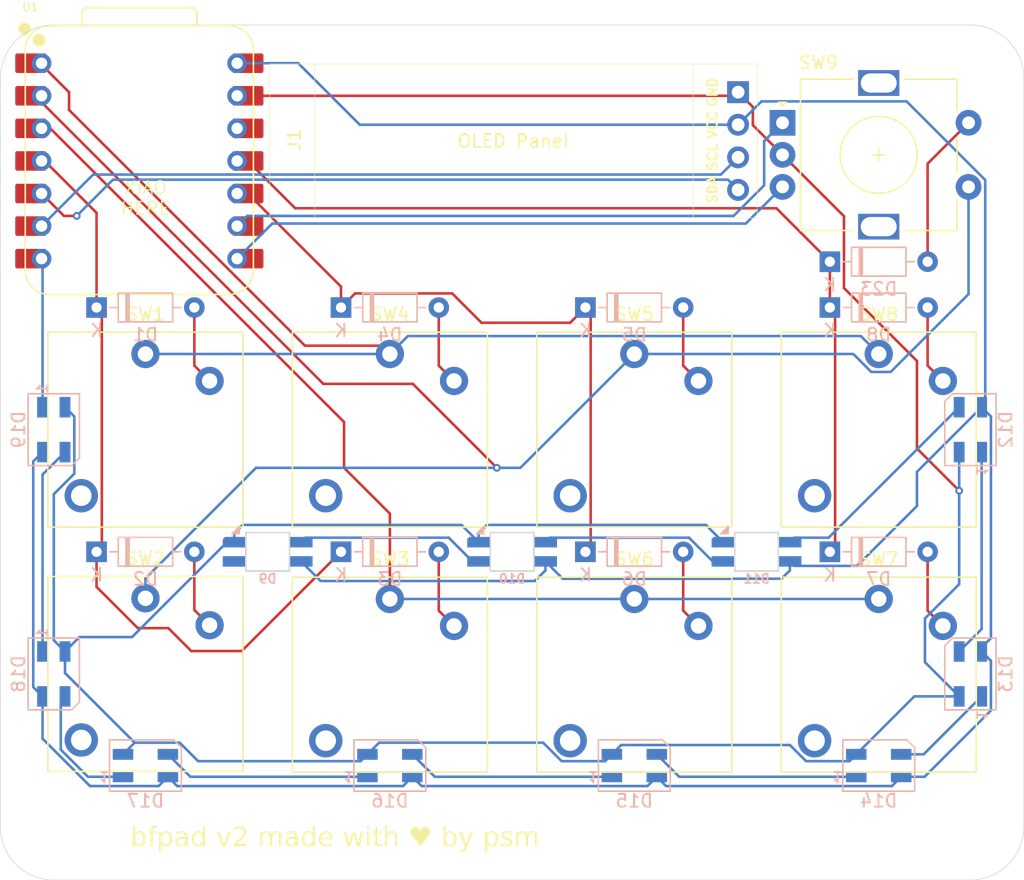
<source format=kicad_pcb>
(kicad_pcb (version 20240108) (generator "pcbnew") (generator_version "8.0")
  (layers (0 "F.Cu" signal) (31 "B.Cu" signal) (34 "B.Paste" user) (35 "F.Paste" user) (36 "B.SilkS" user "B.Silkscreen") (37 "F.SilkS" user "F.Silkscreen") (38 "B.Mask" user) (39 "F.Mask" user) (44 "Edge.Cuts" user))
  (net 0 "")
  (net 1 "Net-(D1-A)")
  (net 2 "Net-(D2-A)")
  (net 3 "Net-(D3-A)")
  (net 4 "Net-(D4-A)")
  (net 5 "ROW2")
  (net 6 "Net-(D5-A)")
  (net 7 "Net-(D6-A)")
  (net 8 "Net-(D7-A)")
  (net 9 "ROW3")
  (net 10 "Net-(D8-A)")
  (net 12 "ROW1")
  (net 13 "Net-(D10-DIN)")
  (net 14 "Net-(D10-DOUT)")
  (net 15 "Net-(D11-DOUT)")
  (net 16 "Net-(D12-DOUT)")
  (net 17 "Net-(D13-DOUT)")
  (net 18 "Net-(D14-DOUT)")
  (net 19 "COL1")
  (net 20 "Net-(D15-DOUT)")
  (net 21 "COL3")
  (net 22 "COL2")
  (net 23 "Net-(D16-DOUT)")
  (net 24 "Net-(D17-DOUT)")
  (net 25 "Net-(D18-DOUT)")
  (net 26 "Net-(D23-A)")
  (net 27 "+5V")
  (net 28 "SDA")
  (net 29 "SCL")
  (net 30 "GND")
  (net 31 "REB")
  (net 32 "REA")
  (net 34 "Net-(D19-DOUT)")
  (footprint "PCM_Switch_Keyboard_Kailh:SW_Kailh_Choc_V2" (layer "F.Cu") (at 132.159375 77.390625)
    (property "Reference" "SW2" (at 0 -9 0) (layer "F.SilkS"))
    (property "Value" "SW_Push")
    (pad "" thru_hole circle (at -5 5.15) (size 2.6 2.6) (drill 1.6) (layers "*.Cu" "*.Mask"))
    (pad "" np_thru_hole circle (at 0 0) (size 5.05 5.05) (drill 5.05) (layers "*.Cu" "*.Mask"))
    (pad "1" thru_hole circle (at 0 -5.9) (size 2.2 2.2) (drill 1.2) (layers "*.Cu" "*.Mask") (net 22 "COL2"))
    (pad "2" thru_hole circle (at 5 -3.8) (size 2.2 2.2) (drill 1.2) (layers "*.Cu" "*.Mask") (net 2 "Net-(D2-A)"))
  )
  (footprint "MountingHole:MountingHole_3.2mm_M3_ISO14580" (layer "F.Cu") (at 125.01573 89.29695)
    (property "Reference" "REF**" (hide yes))
    (property "Value" "MountingHole_3.2mm_M3_ISO14580" (hide yes))
    (pad "" np_thru_hole circle (at 0 0) (size 3.2 3.2) (drill 3.2) (layers "*.Cu" "*.Mask"))
  )
  (footprint "MountingHole:MountingHole_3.2mm_M3_ISO14580" (layer "F.Cu") (at 160.73451 45.243788)
    (property "Reference" "REF**" (hide yes))
    (property "Value" "MountingHole_3.2mm_M3_ISO14580" (hide yes))
    (pad "" np_thru_hole circle (at 0 0) (size 3.2 3.2) (drill 3.2) (layers "*.Cu" "*.Mask"))
  )
  (footprint "PCM_Switch_Keyboard_Kailh:SW_Kailh_Choc_V2" (layer "F.Cu") (at 151.209375 58.340625)
    (property "Reference" "SW4" (at 0 -9 0) (layer "F.SilkS"))
    (property "Value" "SW_Push")
    (pad "" thru_hole circle (at -5 5.15) (size 2.6 2.6) (drill 1.6) (layers "*.Cu" "*.Mask"))
    (pad "" np_thru_hole circle (at 0 0) (size 5.05 5.05) (drill 5.05) (layers "*.Cu" "*.Mask"))
    (pad "1" thru_hole circle (at 0 -5.9) (size 2.2 2.2) (drill 1.2) (layers "*.Cu" "*.Mask") (net 19 "COL1"))
    (pad "2" thru_hole circle (at 5 -3.8) (size 2.2 2.2) (drill 1.2) (layers "*.Cu" "*.Mask") (net 4 "Net-(D4-A)"))
  )
  (footprint "PCM_Switch_Keyboard_Kailh:SW_Kailh_Choc_V2" (layer "F.Cu") (at 132.159375 58.340625)
    (property "Reference" "SW1" (at 0 -9 0) (layer "F.SilkS"))
    (property "Value" "SW_Push")
    (pad "" thru_hole circle (at -5 5.15) (size 2.6 2.6) (drill 1.6) (layers "*.Cu" "*.Mask"))
    (pad "" np_thru_hole circle (at 0 0) (size 5.05 5.05) (drill 5.05) (layers "*.Cu" "*.Mask"))
    (pad "1" thru_hole circle (at 0 -5.9) (size 2.2 2.2) (drill 1.2) (layers "*.Cu" "*.Mask") (net 19 "COL1"))
    (pad "2" thru_hole circle (at 5 -3.8) (size 2.2 2.2) (drill 1.2) (layers "*.Cu" "*.Mask") (net 1 "Net-(D1-A)"))
  )
  (footprint "PCM_Switch_Keyboard_Kailh:SW_Kailh_Choc_V2" (layer "F.Cu") (at 151.209375 77.44375)
    (property "Reference" "SW3" (at 0 -9 0) (layer "F.SilkS"))
    (property "Value" "SW_Push")
    (pad "" thru_hole circle (at -5 5.15) (size 2.6 2.6) (drill 1.6) (layers "*.Cu" "*.Mask"))
    (pad "" np_thru_hole circle (at 0 0) (size 5.05 5.05) (drill 5.05) (layers "*.Cu" "*.Mask"))
    (pad "1" thru_hole circle (at 0 -5.9) (size 2.2 2.2) (drill 1.2) (layers "*.Cu" "*.Mask") (net 21 "COL3"))
    (pad "2" thru_hole circle (at 5 -3.8) (size 2.2 2.2) (drill 1.2) (layers "*.Cu" "*.Mask") (net 3 "Net-(D3-A)"))
  )
  (footprint "PCM_Switch_Keyboard_Kailh:SW_Kailh_Choc_V2" (layer "F.Cu") (at 170.259375 77.44375)
    (property "Reference" "SW6" (at 0 -9 0) (layer "F.SilkS"))
    (property "Value" "SW_Push")
    (pad "" thru_hole circle (at -5 5.15) (size 2.6 2.6) (drill 1.6) (layers "*.Cu" "*.Mask"))
    (pad "" np_thru_hole circle (at 0 0) (size 5.05 5.05) (drill 5.05) (layers "*.Cu" "*.Mask"))
    (pad "1" thru_hole circle (at 0 -5.9) (size 2.2 2.2) (drill 1.2) (layers "*.Cu" "*.Mask") (net 21 "COL3"))
    (pad "2" thru_hole circle (at 5 -3.8) (size 2.2 2.2) (drill 1.2) (layers "*.Cu" "*.Mask") (net 7 "Net-(D6-A)"))
  )
  (footprint "Rotary_Encoder:RotaryEncoder_Alps_EC11E-Switch_Vertical_H20mm" (layer "F.Cu") (at 181.809375 34.409375)
    (property "Reference" "SW9" (at 2.8 -4.7 0) (layer "F.SilkS"))
    (property "Value" "RotaryEncoder_Switch")
    (pad "A" thru_hole rect (at 0 0) (size 2 2) (drill 1) (layers "*.Cu" "*.Mask") (net 32 "REA"))
    (pad "B" thru_hole circle (at 0 5) (size 2 2) (drill 1) (layers "*.Cu" "*.Mask") (net 31 "REB"))
    (pad "C" thru_hole circle (at 0 2.5) (size 2 2) (drill 1) (layers "*.Cu" "*.Mask") (net 30 "GND"))
    (pad "MP" thru_hole rect (at 7.5 -3.1) (size 3.2 2) (drill oval 2.8 1.5) (layers "*.Cu" "*.Mask"))
    (pad "MP" thru_hole rect (at 7.5 8.1) (size 3.2 2) (drill oval 2.8 1.5) (layers "*.Cu" "*.Mask"))
    (pad "S1" thru_hole circle (at 14.5 5) (size 2 2) (drill 1) (layers "*.Cu" "*.Mask") (net 22 "COL2"))
    (pad "S2" thru_hole circle (at 14.5 0) (size 2 2) (drill 1) (layers "*.Cu" "*.Mask") (net 26 "Net-(D23-A)"))
  )
  (footprint "MountingHole:MountingHole_3.2mm_M3_ISO14580" (layer "F.Cu") (at 196.45329 89.29695)
    (property "Reference" "REF**" (hide yes))
    (property "Value" "MountingHole_3.2mm_M3_ISO14580" (hide yes))
    (pad "" np_thru_hole circle (at 0 0) (size 3.2 3.2) (drill 3.2) (layers "*.Cu" "*.Mask"))
  )
  (footprint "PCM_Switch_Keyboard_Kailh:SW_Kailh_Choc_V2" (layer "F.Cu") (at 189.309375 58.340625)
    (property "Reference" "SW8" (at 0 -9 0) (layer "F.SilkS"))
    (property "Value" "SW_Push")
    (pad "" thru_hole circle (at -5 5.15) (size 2.6 2.6) (drill 1.6) (layers "*.Cu" "*.Mask"))
    (pad "" np_thru_hole circle (at 0 0) (size 5.05 5.05) (drill 5.05) (layers "*.Cu" "*.Mask"))
    (pad "1" thru_hole circle (at 0 -5.9) (size 2.2 2.2) (drill 1.2) (layers "*.Cu" "*.Mask") (net 19 "COL1"))
    (pad "2" thru_hole circle (at 5 -3.8) (size 2.2 2.2) (drill 1.2) (layers "*.Cu" "*.Mask") (net 10 "Net-(D8-A)"))
  )
  (footprint "PCM_Switch_Keyboard_Kailh:SW_Kailh_Choc_V2" (layer "F.Cu") (at 189.309375 77.44375)
    (property "Reference" "SW7" (at 0 -9 0) (layer "F.SilkS"))
    (property "Value" "SW_Push")
    (pad "" thru_hole circle (at -5 5.15) (size 2.6 2.6) (drill 1.6) (layers "*.Cu" "*.Mask"))
    (pad "" np_thru_hole circle (at 0 0) (size 5.05 5.05) (drill 5.05) (layers "*.Cu" "*.Mask"))
    (pad "1" thru_hole circle (at 0 -5.9) (size 2.2 2.2) (drill 1.2) (layers "*.Cu" "*.Mask") (net 21 "COL3"))
    (pad "2" thru_hole circle (at 5 -3.8) (size 2.2 2.2) (drill 1.2) (layers "*.Cu" "*.Mask") (net 8 "Net-(D7-A)"))
  )
  (footprint "OPL:XIAO-RP2040-DIP" (layer "F.Cu") (at 131.683125 37.385625)
    (property "Reference" "U1" (at -8.5 -12 0) (layer "F.SilkS") (effects (font (size 0.635 0.635) (thickness 0.1016))))
    (property "Value" "XIAO-RP2040-DIP")
    (pad "1" smd roundrect (at -8.455 -7.62 180) (size 2.432 1.524) (layers "F.Cu" "F.Mask") (roundrect_rratio 0.1) (net 19 "COL1"))
    (pad "1" thru_hole circle (at -7.62 -7.62 180) (size 1.524 1.524) (drill 0.889) (layers "*.Cu" "*.Mask") (net 19 "COL1"))
    (pad "2" smd roundrect (at -8.455 -5.08 180) (size 2.432 1.524) (layers "F.Cu" "F.Mask") (roundrect_rratio 0.1) (net 22 "COL2"))
    (pad "2" thru_hole circle (at -7.62 -5.08 180) (size 1.524 1.524) (drill 0.889) (layers "*.Cu" "*.Mask") (net 22 "COL2"))
    (pad "3" smd roundrect (at -8.455 -2.54 180) (size 2.432 1.524) (layers "F.Cu" "F.Mask") (roundrect_rratio 0.1) (net 21 "COL3"))
    (pad "3" thru_hole circle (at -7.62 -2.54 180) (size 1.524 1.524) (drill 0.889) (layers "*.Cu" "*.Mask") (net 21 "COL3"))
    (pad "4" smd roundrect (at -8.455 0 180) (size 2.432 1.524) (layers "F.Cu" "F.Mask") (roundrect_rratio 0.1) (net 12 "ROW1"))
    (pad "4" thru_hole circle (at -7.62 0 180) (size 1.524 1.524) (drill 0.889) (layers "*.Cu" "*.Mask") (net 12 "ROW1"))
    (pad "5" smd roundrect (at -8.455 2.54 180) (size 2.432 1.524) (layers "F.Cu" "F.Mask") (roundrect_rratio 0.1) (net 28 "SDA"))
    (pad "5" thru_hole circle (at -7.62 2.54 180) (size 1.524 1.524) (drill 0.889) (layers "*.Cu" "*.Mask") (net 28 "SDA"))
    (pad "6" smd roundrect (at -8.455 5.08 180) (size 2.432 1.524) (layers "F.Cu" "F.Mask") (roundrect_rratio 0.1) (net 29 "SCL"))
    (pad "6" thru_hole circle (at -7.62 5.08 180) (size 1.524 1.524) (drill 0.889) (layers "*.Cu" "*.Mask") (net 29 "SCL"))
    (pad "7" smd roundrect (at -8.455 7.62 180) (size 2.432 1.524) (layers "F.Cu" "F.Mask") (roundrect_rratio 0.1) (net 34 "Net-(D19-DOUT)"))
    (pad "7" thru_hole circle (at -7.62 7.62 180) (size 1.524 1.524) (drill 0.889) (layers "*.Cu" "*.Mask") (net 34 "Net-(D19-DOUT)"))
    (pad "8" thru_hole circle (at 7.62 7.62) (size 1.524 1.524) (drill 0.889) (layers "*.Cu" "*.Mask") (net 31 "REB"))
    (pad "8" smd roundrect (at 8.455 7.62) (size 2.432 1.524) (layers "F.Cu" "F.Mask") (roundrect_rratio 0.1) (net 31 "REB"))
    (pad "9" thru_hole circle (at 7.62 5.08) (size 1.524 1.524) (drill 0.889) (layers "*.Cu" "*.Mask") (net 32 "REA"))
    (pad "9" smd roundrect (at 8.455 5.08) (size 2.432 1.524) (layers "F.Cu" "F.Mask") (roundrect_rratio 0.1) (net 32 "REA"))
    (pad "10" thru_hole circle (at 7.62 2.54) (size 1.524 1.524) (drill 0.889) (layers "*.Cu" "*.Mask") (net 5 "ROW2"))
    (pad "10" smd roundrect (at 8.455 2.54) (size 2.432 1.524) (layers "F.Cu" "F.Mask") (roundrect_rratio 0.1) (net 5 "ROW2"))
    (pad "11" thru_hole circle (at 7.62 0) (size 1.524 1.524) (drill 0.889) (layers "*.Cu" "*.Mask") (net 9 "ROW3"))
    (pad "11" smd roundrect (at 8.455 0) (size 2.432 1.524) (layers "F.Cu" "F.Mask") (roundrect_rratio 0.1) (net 9 "ROW3"))
    (pad "12" thru_hole circle (at 7.62 -2.54) (size 1.524 1.524) (drill 0.889) (layers "*.Cu" "*.Mask"))
    (pad "12" smd roundrect (at 8.455 -2.54) (size 2.432 1.524) (layers "F.Cu" "F.Mask") (roundrect_rratio 0.1))
    (pad "13" thru_hole circle (at 7.62 -5.08) (size 1.524 1.524) (drill 0.889) (layers "*.Cu" "*.Mask") (net 30 "GND"))
    (pad "13" smd roundrect (at 8.455 -5.08) (size 2.432 1.524) (layers "F.Cu" "F.Mask") (roundrect_rratio 0.1) (net 30 "GND"))
    (pad "14" thru_hole circle (at 7.62 -7.62) (size 1.524 1.524) (drill 0.889) (layers "*.Cu" "*.Mask") (net 27 "+5V"))
    (pad "14" smd roundrect (at 8.455 -7.62) (size 2.432 1.524) (layers "F.Cu" "F.Mask") (roundrect_rratio 0.1) (net 27 "+5V"))
  )
  (footprint "OLED:SSD1306-0.91-OLED-4pin-128x32" (layer "F.Cu") (at 141.849375 29.83378)
    (property "Reference" "J1" (at 1.9 5.91 90) (layer "F.SilkS"))
    (property "Value" "SSD1306")
    (fp_text user "SCL" (at 34.5 7.27 -90) (layer "F.SilkS") (effects (font (size 0.75 0.75))))
    (fp_text user "GND" (at 34.5 2.19 -90) (layer "F.SilkS") (effects (font (size 0.75 0.75))))
    (fp_text user "VCC" (at 34.5 4.73 -90) (layer "F.SilkS") (effects (font (size 0.75 0.75))))
    (fp_text user "SDA" (at 34.5 9.81 -90) (layer "F.SilkS") (effects (font (size 0.75 0.75))))
    (fp_text user "OLED Panel" (at 19 6 0) (layer "F.SilkS"))
    (pad "1" thru_hole rect (at 36.5 2.19) (size 1.7 1.7) (drill 1) (layers "*.Cu" "*.Mask") (net 30 "GND"))
    (pad "2" thru_hole oval (at 36.5 4.73) (size 1.7 1.7) (drill 1) (layers "*.Cu" "*.Mask") (net 27 "+5V"))
    (pad "3" thru_hole oval (at 36.5 7.27) (size 1.7 1.7) (drill 1) (layers "*.Cu" "*.Mask") (net 29 "SCL"))
    (pad "4" thru_hole oval (at 36.5 9.81) (size 1.7 1.7) (drill 1) (layers "*.Cu" "*.Mask") (net 28 "SDA"))
  )
  (footprint "PCM_Switch_Keyboard_Kailh:SW_Kailh_Choc_V2" (layer "F.Cu") (at 170.259375 58.340625)
    (property "Reference" "SW5" (at 0 -9 0) (layer "F.SilkS"))
    (property "Value" "SW_Push")
    (pad "" thru_hole circle (at -5 5.15) (size 2.6 2.6) (drill 1.6) (layers "*.Cu" "*.Mask"))
    (pad "" np_thru_hole circle (at 0 0) (size 5.05 5.05) (drill 5.05) (layers "*.Cu" "*.Mask"))
    (pad "1" thru_hole circle (at 0 -5.9) (size 2.2 2.2) (drill 1.2) (layers "*.Cu" "*.Mask") (net 22 "COL2"))
    (pad "2" thru_hole circle (at 5 -3.8) (size 2.2 2.2) (drill 1.2) (layers "*.Cu" "*.Mask") (net 6 "Net-(D5-A)"))
  )
  (footprint "cheyao:SK6812MINI-E" (layer "B.Cu") (at 179.784375 67.865625 180)
    (property "Reference" "D11" (at 0 -2.1 0) (layer "B.SilkS") (effects (font (size 0.7 0.7)) (justify mirror)))
    (property "Value" "SK6812MINI" (hide yes))
    (fp_line (start 1.7 1.5) (end -1.7 1.5) (stroke (width 0.12)) (layer "Edge.Cuts"))
    (fp_line (start 1.7 -1.5) (end 1.7 1.5) (stroke (width 0.12)) (layer "Edge.Cuts"))
    (fp_line (start -1.7 1.5) (end -1.7 -1.5) (stroke (width 0.12)) (layer "Edge.Cuts"))
    (fp_line (start -1.7 -1.5) (end 1.7 -1.5) (stroke (width 0.12)) (layer "Edge.Cuts"))
    (pad "1" smd rect (at -2.6 0.75 180) (size 1.8 0.82) (layers "B.Cu" "B.Paste" "B.Mask") (net 15 "Net-(D11-DOUT)"))
    (pad "2" smd roundrect (at 2.6 0.75 180) (size 1.8 0.82) (layers "B.Cu" "B.Paste" "B.Mask") (roundrect_rratio 0) (chamfer_ratio 0.2) (chamfer bottom_right) (net 30 "GND"))
    (pad "3" smd rect (at 2.6 -0.75 180) (size 1.8 0.82) (layers "B.Cu" "B.Paste" "B.Mask") (net 14 "Net-(D10-DOUT)"))
    (pad "4" smd rect (at -2.6 -0.75 180) (size 1.8 0.82) (layers "B.Cu" "B.Paste" "B.Mask") (net 27 "+5V"))
  )
  (footprint "LED_SMD:LED_SK6812MINI_PLCC4_3.5x3.5mm_P1.75mm" (layer "B.Cu") (at 189.309375 84.534375)
    (property "Reference" "D14" (at 0 2.75 0) (layer "B.SilkS") (effects (justify mirror)))
    (property "Value" "SK6812MINI")
    (fp_text user "1" (at -3.2 0.875 180) (layer "B.SilkS") (effects (font (size 0.8 0.8)) (justify mirror)))
    (pad "1" smd rect (at -1.75 0.875) (size 1.6 0.85) (layers "B.Cu" "B.Paste" "B.Mask") (net 18 "Net-(D14-DOUT)"))
    (pad "2" smd rect (at -1.75 -0.875) (size 1.6 0.85) (layers "B.Cu" "B.Paste" "B.Mask") (net 30 "GND"))
    (pad "3" smd rect (at 1.75 -0.875) (size 1.6 0.85) (layers "B.Cu" "B.Paste" "B.Mask") (net 17 "Net-(D13-DOUT)"))
    (pad "4" smd rect (at 1.75 0.875) (size 1.6 0.85) (layers "B.Cu" "B.Paste" "B.Mask") (net 27 "+5V"))
  )
  (footprint "LED_SMD:LED_SK6812MINI_PLCC4_3.5x3.5mm_P1.75mm" (layer "B.Cu") (at 196.453125 58.340625 90)
    (property "Reference" "D12" (at 0 2.75 90) (layer "B.SilkS") (effects (justify mirror)))
    (property "Value" "SK6812MINI")
    (fp_text user "1" (at -3.2 0.875 -90) (layer "B.SilkS") (effects (font (size 0.8 0.8)) (justify mirror)))
    (pad "1" smd rect (at -1.75 0.875 90) (size 1.6 0.85) (layers "B.Cu" "B.Paste" "B.Mask") (net 16 "Net-(D12-DOUT)"))
    (pad "2" smd rect (at -1.75 -0.875 90) (size 1.6 0.85) (layers "B.Cu" "B.Paste" "B.Mask") (net 30 "GND"))
    (pad "3" smd rect (at 1.75 -0.875 90) (size 1.6 0.85) (layers "B.Cu" "B.Paste" "B.Mask") (net 15 "Net-(D11-DOUT)"))
    (pad "4" smd rect (at 1.75 0.875 90) (size 1.6 0.85) (layers "B.Cu" "B.Paste" "B.Mask") (net 27 "+5V"))
  )
  (footprint "Diode_THT:D_DO-35_SOD27_P7.62mm_Horizontal" (layer "B.Cu") (at 166.449375 67.865625)
    (property "Reference" "D6" (at 3.81 2.12 0) (layer "B.SilkS") (effects (justify mirror)))
    (property "Value" "D")
    (fp_text user "K" (at 0 1.8 0) (layer "B.SilkS") (effects (justify mirror)))
    (pad "1" thru_hole rect (at 0 0) (size 1.6 1.6) (drill 0.8) (layers "*.Cu" "*.Mask") (net 5 "ROW2"))
    (pad "2" thru_hole oval (at 7.62 0) (size 1.6 1.6) (drill 0.8) (layers "*.Cu" "*.Mask") (net 7 "Net-(D6-A)"))
  )
  (footprint "Diode_THT:D_DO-35_SOD27_P7.62mm_Horizontal" (layer "B.Cu") (at 185.499375 45.24375)
    (property "Reference" "D23" (at 3.81 2.12 0) (layer "B.SilkS") (effects (justify mirror)))
    (property "Value" "D")
    (fp_text user "K" (at 0 1.8 0) (layer "B.SilkS") (effects (justify mirror)))
    (pad "1" thru_hole rect (at 0 0) (size 1.6 1.6) (drill 0.8) (layers "*.Cu" "*.Mask") (net 9 "ROW3"))
    (pad "2" thru_hole oval (at 7.62 0) (size 1.6 1.6) (drill 0.8) (layers "*.Cu" "*.Mask") (net 26 "Net-(D23-A)"))
  )
  (footprint "LED_SMD:LED_SK6812MINI_PLCC4_3.5x3.5mm_P1.75mm" (layer "B.Cu") (at 125.015625 77.390625 -90)
    (property "Reference" "D18" (at 0 2.75 90) (layer "B.SilkS") (effects (justify mirror)))
    (property "Value" "SK6812MINI")
    (fp_text user "1" (at -3.2 0.875 90) (layer "B.SilkS") (effects (font (size 0.8 0.8)) (justify mirror)))
    (pad "1" smd rect (at -1.75 0.875 270) (size 1.6 0.85) (layers "B.Cu" "B.Paste" "B.Mask") (net 25 "Net-(D18-DOUT)"))
    (pad "2" smd rect (at -1.75 -0.875 270) (size 1.6 0.85) (layers "B.Cu" "B.Paste" "B.Mask") (net 30 "GND"))
    (pad "3" smd rect (at 1.75 -0.875 270) (size 1.6 0.85) (layers "B.Cu" "B.Paste" "B.Mask") (net 24 "Net-(D17-DOUT)"))
    (pad "4" smd rect (at 1.75 0.875 270) (size 1.6 0.85) (layers "B.Cu" "B.Paste" "B.Mask") (net 27 "+5V"))
  )
  (footprint "Diode_THT:D_DO-35_SOD27_P7.62mm_Horizontal" (layer "B.Cu") (at 185.499375 67.865625)
    (property "Reference" "D7" (at 3.81 2.12 0) (layer "B.SilkS") (effects (justify mirror)))
    (property "Value" "D")
    (fp_text user "K" (at 0 1.8 0) (layer "B.SilkS") (effects (justify mirror)))
    (pad "1" thru_hole rect (at 0 0) (size 1.6 1.6) (drill 0.8) (layers "*.Cu" "*.Mask") (net 9 "ROW3"))
    (pad "2" thru_hole oval (at 7.62 0) (size 1.6 1.6) (drill 0.8) (layers "*.Cu" "*.Mask") (net 8 "Net-(D7-A)"))
  )
  (footprint "LED_SMD:LED_SK6812MINI_PLCC4_3.5x3.5mm_P1.75mm" (layer "B.Cu") (at 132.159375 84.534375)
    (property "Reference" "D17" (at 0 2.75 0) (layer "B.SilkS") (effects (justify mirror)))
    (property "Value" "SK6812MINI")
    (fp_text user "1" (at -3.2 0.875 180) (layer "B.SilkS") (effects (font (size 0.8 0.8)) (justify mirror)))
    (pad "1" smd rect (at -1.75 0.875) (size 1.6 0.85) (layers "B.Cu" "B.Paste" "B.Mask") (net 24 "Net-(D17-DOUT)"))
    (pad "2" smd rect (at -1.75 -0.875) (size 1.6 0.85) (layers "B.Cu" "B.Paste" "B.Mask") (net 30 "GND"))
    (pad "3" smd rect (at 1.75 -0.875) (size 1.6 0.85) (layers "B.Cu" "B.Paste" "B.Mask") (net 23 "Net-(D16-DOUT)"))
    (pad "4" smd rect (at 1.75 0.875) (size 1.6 0.85) (layers "B.Cu" "B.Paste" "B.Mask") (net 27 "+5V"))
  )
  (footprint "LED_SMD:LED_SK6812MINI_PLCC4_3.5x3.5mm_P1.75mm" (layer "B.Cu") (at 170.259375 84.534375)
    (property "Reference" "D15" (at 0 2.75 0) (layer "B.SilkS") (effects (justify mirror)))
    (property "Value" "SK6812MINI")
    (fp_text user "1" (at -3.2 0.875 180) (layer "B.SilkS") (effects (font (size 0.8 0.8)) (justify mirror)))
    (pad "1" smd rect (at -1.75 0.875) (size 1.6 0.85) (layers "B.Cu" "B.Paste" "B.Mask") (net 20 "Net-(D15-DOUT)"))
    (pad "2" smd rect (at -1.75 -0.875) (size 1.6 0.85) (layers "B.Cu" "B.Paste" "B.Mask") (net 30 "GND"))
    (pad "3" smd rect (at 1.75 -0.875) (size 1.6 0.85) (layers "B.Cu" "B.Paste" "B.Mask") (net 18 "Net-(D14-DOUT)"))
    (pad "4" smd rect (at 1.75 0.875) (size 1.6 0.85) (layers "B.Cu" "B.Paste" "B.Mask") (net 27 "+5V"))
  )
  (footprint "Diode_THT:D_DO-35_SOD27_P7.62mm_Horizontal" (layer "B.Cu") (at 147.399375 67.865625)
    (property "Reference" "D3" (at 3.81 2.12 0) (layer "B.SilkS") (effects (justify mirror)))
    (property "Value" "D")
    (fp_text user "K" (at 0 1.8 0) (layer "B.SilkS") (effects (justify mirror)))
    (pad "1" thru_hole rect (at 0 0) (size 1.6 1.6) (drill 0.8) (layers "*.Cu" "*.Mask") (net 12 "ROW1"))
    (pad "2" thru_hole oval (at 7.62 0) (size 1.6 1.6) (drill 0.8) (layers "*.Cu" "*.Mask") (net 3 "Net-(D3-A)"))
  )
  (footprint "cheyao:SK6812MINI-E" (layer "B.Cu") (at 160.734375 67.865625 180)
    (property "Reference" "D10" (at 0 -2.1 0) (layer "B.SilkS") (effects (font (size 0.7 0.7)) (justify mirror)))
    (property "Value" "SK6812MINI" (hide yes))
    (fp_line (start 1.7 1.5) (end -1.7 1.5) (stroke (width 0.12)) (layer "Edge.Cuts"))
    (fp_line (start 1.7 -1.5) (end 1.7 1.5) (stroke (width 0.12)) (layer "Edge.Cuts"))
    (fp_line (start -1.7 1.5) (end -1.7 -1.5) (stroke (width 0.12)) (layer "Edge.Cuts"))
    (fp_line (start -1.7 -1.5) (end 1.7 -1.5) (stroke (width 0.12)) (layer "Edge.Cuts"))
    (pad "1" smd rect (at -2.6 0.75 180) (size 1.8 0.82) (layers "B.Cu" "B.Paste" "B.Mask") (net 14 "Net-(D10-DOUT)"))
    (pad "2" smd roundrect (at 2.6 0.75 180) (size 1.8 0.82) (layers "B.Cu" "B.Paste" "B.Mask") (roundrect_rratio 0) (chamfer_ratio 0.2) (chamfer bottom_right) (net 30 "GND"))
    (pad "3" smd rect (at 2.6 -0.75 180) (size 1.8 0.82) (layers "B.Cu" "B.Paste" "B.Mask") (net 13 "Net-(D10-DIN)"))
    (pad "4" smd rect (at -2.6 -0.75 180) (size 1.8 0.82) (layers "B.Cu" "B.Paste" "B.Mask") (net 27 "+5V"))
  )
  (footprint "LED_SMD:LED_SK6812MINI_PLCC4_3.5x3.5mm_P1.75mm" (layer "B.Cu") (at 196.453125 77.390625 90)
    (property "Reference" "D13" (at 0 2.75 90) (layer "B.SilkS") (effects (justify mirror)))
    (property "Value" "SK6812MINI")
    (fp_text user "1" (at -3.2 0.875 -90) (layer "B.SilkS") (effects (font (size 0.8 0.8)) (justify mirror)))
    (pad "1" smd rect (at -1.75 0.875 90) (size 1.6 0.85) (layers "B.Cu" "B.Paste" "B.Mask") (net 17 "Net-(D13-DOUT)"))
    (pad "2" smd rect (at -1.75 -0.875 90) (size 1.6 0.85) (layers "B.Cu" "B.Paste" "B.Mask") (net 30 "GND"))
    (pad "3" smd rect (at 1.75 -0.875 90) (size 1.6 0.85) (layers "B.Cu" "B.Paste" "B.Mask") (net 16 "Net-(D12-DOUT)"))
    (pad "4" smd rect (at 1.75 0.875 90) (size 1.6 0.85) (layers "B.Cu" "B.Paste" "B.Mask") (net 27 "+5V"))
  )
  (footprint "Diode_THT:D_DO-35_SOD27_P7.62mm_Horizontal" (layer "B.Cu") (at 166.449375 48.815625)
    (property "Reference" "D5" (at 3.81 2.12 0) (layer "B.SilkS") (effects (justify mirror)))
    (property "Value" "D")
    (fp_text user "K" (at 0 1.8 0) (layer "B.SilkS") (effects (justify mirror)))
    (pad "1" thru_hole rect (at 0 0) (size 1.6 1.6) (drill 0.8) (layers "*.Cu" "*.Mask") (net 5 "ROW2"))
    (pad "2" thru_hole oval (at 7.62 0) (size 1.6 1.6) (drill 0.8) (layers "*.Cu" "*.Mask") (net 6 "Net-(D5-A)"))
  )
  (footprint "Diode_THT:D_DO-35_SOD27_P7.62mm_Horizontal" (layer "B.Cu") (at 128.349375 48.815625)
    (property "Reference" "D1" (at 3.81 2.12 0) (layer "B.SilkS") (effects (justify mirror)))
    (property "Value" "D")
    (fp_text user "K" (at 0 1.8 0) (layer "B.SilkS") (effects (justify mirror)))
    (pad "1" thru_hole rect (at 0 0) (size 1.6 1.6) (drill 0.8) (layers "*.Cu" "*.Mask") (net 12 "ROW1"))
    (pad "2" thru_hole oval (at 7.62 0) (size 1.6 1.6) (drill 0.8) (layers "*.Cu" "*.Mask") (net 1 "Net-(D1-A)"))
  )
  (footprint "LED_SMD:LED_SK6812MINI_PLCC4_3.5x3.5mm_P1.75mm" (layer "B.Cu") (at 151.209375 84.534375)
    (property "Reference" "D16" (at 0 2.75 0) (layer "B.SilkS") (effects (justify mirror)))
    (property "Value" "SK6812MINI")
    (fp_text user "1" (at -3.2 0.875 180) (layer "B.SilkS") (effects (font (size 0.8 0.8)) (justify mirror)))
    (pad "1" smd rect (at -1.75 0.875) (size 1.6 0.85) (layers "B.Cu" "B.Paste" "B.Mask") (net 23 "Net-(D16-DOUT)"))
    (pad "2" smd rect (at -1.75 -0.875) (size 1.6 0.85) (layers "B.Cu" "B.Paste" "B.Mask") (net 30 "GND"))
    (pad "3" smd rect (at 1.75 -0.875) (size 1.6 0.85) (layers "B.Cu" "B.Paste" "B.Mask") (net 20 "Net-(D15-DOUT)"))
    (pad "4" smd rect (at 1.75 0.875) (size 1.6 0.85) (layers "B.Cu" "B.Paste" "B.Mask") (net 27 "+5V"))
  )
  (footprint "Diode_THT:D_DO-35_SOD27_P7.62mm_Horizontal" (layer "B.Cu") (at 185.499375 48.815625)
    (property "Reference" "D8" (at 3.81 2.12 0) (layer "B.SilkS") (effects (justify mirror)))
    (property "Value" "D")
    (fp_text user "K" (at 0 1.8 0) (layer "B.SilkS") (effects (justify mirror)))
    (pad "1" thru_hole rect (at 0 0) (size 1.6 1.6) (drill 0.8) (layers "*.Cu" "*.Mask") (net 9 "ROW3"))
    (pad "2" thru_hole oval (at 7.62 0) (size 1.6 1.6) (drill 0.8) (layers "*.Cu" "*.Mask") (net 10 "Net-(D8-A)"))
  )
  (footprint "LED_SMD:LED_SK6812MINI_PLCC4_3.5x3.5mm_P1.75mm" (layer "B.Cu") (at 125.015625 58.340625 -90)
    (property "Reference" "D19" (at 0 2.75 90) (layer "B.SilkS") (effects (justify mirror)))
    (property "Value" "SK6812MINI")
    (fp_text user "1" (at -3.2 0.875 90) (layer "B.SilkS") (effects (font (size 0.8 0.8)) (justify mirror)))
    (pad "1" smd rect (at -1.75 0.875 270) (size 1.6 0.85) (layers "B.Cu" "B.Paste" "B.Mask") (net 34 "Net-(D19-DOUT)"))
    (pad "2" smd rect (at -1.75 -0.875 270) (size 1.6 0.85) (layers "B.Cu" "B.Paste" "B.Mask") (net 30 "GND"))
    (pad "3" smd rect (at 1.75 -0.875 270) (size 1.6 0.85) (layers "B.Cu" "B.Paste" "B.Mask") (net 25 "Net-(D18-DOUT)"))
    (pad "4" smd rect (at 1.75 0.875 270) (size 1.6 0.85) (layers "B.Cu" "B.Paste" "B.Mask") (net 27 "+5V"))
  )
  (footprint "Diode_THT:D_DO-35_SOD27_P7.62mm_Horizontal" (layer "B.Cu") (at 128.349375 67.865625)
    (property "Reference" "D2" (at 3.81 2.12 0) (layer "B.SilkS") (effects (justify mirror)))
    (property "Value" "D")
    (fp_text user "K" (at 0 1.8 0) (layer "B.SilkS") (effects (justify mirror)))
    (pad "1" thru_hole rect (at 0 0) (size 1.6 1.6) (drill 0.8) (layers "*.Cu" "*.Mask") (net 12 "ROW1"))
    (pad "2" thru_hole oval (at 7.62 0) (size 1.6 1.6) (drill 0.8) (layers "*.Cu" "*.Mask") (net 2 "Net-(D2-A)"))
  )
  (footprint "cheyao:SK6812MINI-E" (layer "B.Cu") (at 141.684375 67.865625 180)
    (property "Reference" "D9" (at 0 -2.1 0) (layer "B.SilkS") (effects (font (size 0.7 0.7)) (justify mirror)))
    (property "Value" "SK6812MINI" (hide yes))
    (fp_line (start 1.7 1.5) (end -1.7 1.5) (stroke (width 0.12)) (layer "Edge.Cuts"))
    (fp_line (start 1.7 -1.5) (end 1.7 1.5) (stroke (width 0.12)) (layer "Edge.Cuts"))
    (fp_line (start -1.7 1.5) (end -1.7 -1.5) (stroke (width 0.12)) (layer "Edge.Cuts"))
    (fp_line (start -1.7 -1.5) (end 1.7 -1.5) (stroke (width 0.12)) (layer "Edge.Cuts"))
    (pad "1" smd rect (at -2.6 0.75 180) (size 1.8 0.82) (layers "B.Cu" "B.Paste" "B.Mask") (net 13 "Net-(D10-DIN)"))
    (pad "2" smd roundrect (at 2.6 0.75 180) (size 1.8 0.82) (layers "B.Cu" "B.Paste" "B.Mask") (roundrect_rratio 0) (chamfer_ratio 0.2) (chamfer bottom_right) (net 30 "GND"))
    (pad "3" smd rect (at 2.6 -0.75 180) (size 1.8 0.82) (layers "B.Cu" "B.Paste" "B.Mask"))
    (pad "4" smd rect (at -2.6 -0.75 180) (size 1.8 0.82) (layers "B.Cu" "B.Paste" "B.Mask") (net 27 "+5V"))
  )
  (footprint "Diode_THT:D_DO-35_SOD27_P7.62mm_Horizontal" (layer "B.Cu") (at 147.399375 48.815625)
    (property "Reference" "D4" (at 3.81 2.12 0) (layer "B.SilkS") (effects (justify mirror)))
    (property "Value" "D")
    (fp_text user "K" (at 0 1.8 0) (layer "B.SilkS") (effects (justify mirror)))
    (pad "1" thru_hole rect (at 0 0) (size 1.6 1.6) (drill 0.8) (layers "*.Cu" "*.Mask") (net 5 "ROW2"))
    (pad "2" thru_hole oval (at 7.62 0) (size 1.6 1.6) (drill 0.8) (layers "*.Cu" "*.Mask") (net 4 "Net-(D4-A)"))
  )
  (gr_arc (start 120.848539 30.956276) (mid 122.069081 28.009627) (end 125.01573 26.789085) (stroke (width 0.05)) (layer "Edge.Cuts"))
  (gr_arc (start 196.45329 26.789085) (mid 199.399939 28.009627) (end 200.620481 30.956276) (stroke (width 0.05)) (layer "Edge.Cuts"))
  (gr_line (start 200.620481 89.29695) (end 200.620481 30.956276) (stroke (width 0.05)) (layer "Edge.Cuts"))
  (gr_arc (start 125.01573 93.464141) (mid 122.069081 92.243599) (end 120.848539 89.29695) (stroke (width 0.05)) (layer "Edge.Cuts"))
  (gr_line (start 196.45329 26.789085) (end 125.01573 26.789085) (stroke (width 0.05)) (layer "Edge.Cuts"))
  (gr_line (start 196.45329 93.464141) (end 125.01573 93.464141) (stroke (width 0.05)) (layer "Edge.Cuts"))
  (gr_line (start 120.848539 89.29695) (end 120.848539 30.956276) (stroke (width 0.05)) (layer "Edge.Cuts"))
  (gr_arc (start 200.620481 89.29695) (mid 199.399939 92.2436) (end 196.45329 93.464141) (stroke (width 0.05)) (layer "Edge.Cuts"))
  (gr_text "XIAO\nHERE" (at 132.159375 41.671875 0) (layer "F.SilkS") (effects (font (size 1 1) (thickness 0.1)) (justify bottom)))
  (gr_text "bfpad v2 made with ♥︎ by psm" (at 130.96886 91.082889 0) (layer "F.SilkS") (effects (font (size 1.5 1.5) (thickness 0.1)) (justify left bottom)))
  (segment (start 135.969375 53.350625) (end 137.159375 54.540625) (width 0.2) (layer "F.Cu") (net 1))
  (segment (start 135.969375 48.815625) (end 135.969375 53.350625) (width 0.2) (layer "F.Cu") (net 1))
  (segment (start 135.969375 67.865625) (end 135.969375 72.400625) (width 0.2) (layer "F.Cu") (net 2))
  (segment (start 135.969375 72.400625) (end 137.159375 73.590625) (width 0.2) (layer "F.Cu") (net 2))
  (segment (start 155.019375 72.45375) (end 156.209375 73.64375) (width 0.2) (layer "F.Cu") (net 3))
  (segment (start 155.019375 67.865625) (end 155.019375 72.45375) (width 0.2) (layer "F.Cu") (net 3))
  (segment (start 155.019375 48.815625) (end 155.019375 53.350625) (width 0.2) (layer "F.Cu") (net 4))
  (segment (start 155.019375 53.350625) (end 156.209375 54.540625) (width 0.2) (layer "F.Cu") (net 4))
  (segment (start 147.399375 48.815625) (end 148.499375 47.715625) (width 0.2) (layer "F.Cu") (net 5))
  (segment (start 147.399375 47.186875) (end 140.138125 39.925625) (width 0.2) (layer "F.Cu") (net 5))
  (segment (start 148.499375 47.715625) (end 156.062591 47.715625) (width 0.2) (layer "F.Cu") (net 5))
  (segment (start 166.449375 48.815625) (end 166.859375 49.225625) (width 0.2) (layer "F.Cu") (net 5))
  (segment (start 166.859375 49.225625) (end 166.859375 67.455625) (width 0.2) (layer "F.Cu") (net 5))
  (segment (start 165.258708 50.006292) (end 166.449375 48.815625) (width 0.2) (layer "F.Cu") (net 5))
  (segment (start 156.062591 47.715625) (end 158.353258 50.006292) (width 0.2) (layer "F.Cu") (net 5))
  (segment (start 158.353258 50.006292) (end 165.258708 50.006292) (width 0.2) (layer "F.Cu") (net 5))
  (segment (start 166.859375 67.455625) (end 166.449375 67.865625) (width 0.2) (layer "F.Cu") (net 5))
  (segment (start 147.399375 48.815625) (end 147.399375 47.186875) (width 0.2) (layer "F.Cu") (net 5))
  (segment (start 174.069375 48.815625) (end 174.069375 53.350625) (width 0.2) (layer "F.Cu") (net 6))
  (segment (start 174.069375 53.350625) (end 175.259375 54.540625) (width 0.2) (layer "F.Cu") (net 6))
  (segment (start 174.069375 67.865625) (end 174.069375 72.45375) (width 0.2) (layer "F.Cu") (net 7))
  (segment (start 174.069375 72.45375) (end 175.259375 73.64375) (width 0.2) (layer "F.Cu") (net 7))
  (segment (start 193.119375 72.45375) (end 194.309375 73.64375) (width 0.2) (layer "F.Cu") (net 8))
  (segment (start 193.119375 67.865625) (end 193.119375 72.45375) (width 0.2) (layer "F.Cu") (net 8))
  (segment (start 181.332222 41.076597) (end 143.829097 41.076597) (width 0.2) (layer "F.Cu") (net 9))
  (segment (start 185.909375 67.455625) (end 185.499375 67.865625) (width 0.2) (layer "F.Cu") (net 9))
  (segment (start 185.909375 49.225625) (end 185.909375 67.455625) (width 0.2) (layer "F.Cu") (net 9))
  (segment (start 185.499375 48.815625) (end 185.909375 49.225625) (width 0.2) (layer "F.Cu") (net 9))
  (segment (start 143.829097 41.076597) (end 140.138125 37.385625) (width 0.2) (layer "F.Cu") (net 9))
  (segment (start 185.499375 45.24375) (end 185.499375 48.815625) (width 0.2) (layer "F.Cu") (net 9))
  (segment (start 185.499375 45.24375) (end 181.332222 41.076597) (width 0.2) (layer "F.Cu") (net 9))
  (segment (start 193.119375 48.815625) (end 193.119375 53.350625) (width 0.2) (layer "F.Cu") (net 10))
  (segment (start 193.119375 53.350625) (end 194.309375 54.540625) (width 0.2) (layer "F.Cu") (net 10))
  (segment (start 131.564173 73.818812) (end 133.945425 73.818812) (width 0.2) (layer "F.Cu") (net 12))
  (segment (start 128.349375 48.815625) (end 128.759375 49.225625) (width 0.2) (layer "F.Cu") (net 12))
  (segment (start 135.731364 75.604751) (end 139.660249 75.604751) (width 0.2) (layer "F.Cu") (net 12))
  (segment (start 124.301323 37.385625) (end 123.228125 37.385625) (width 0.2) (layer "F.Cu") (net 12))
  (segment (start 133.945425 73.818812) (end 135.731364 75.604751) (width 0.2) (layer "F.Cu") (net 12))
  (segment (start 128.349375 70.604014) (end 131.564173 73.818812) (width 0.2) (layer "F.Cu") (net 12))
  (segment (start 128.759375 49.225625) (end 128.759375 67.455625) (width 0.2) (layer "F.Cu") (net 12))
  (segment (start 128.349375 41.433677) (end 124.301323 37.385625) (width 0.2) (layer "F.Cu") (net 12))
  (segment (start 128.349375 48.815625) (end 128.349375 41.433677) (width 0.2) (layer "F.Cu") (net 12))
  (segment (start 128.759375 67.455625) (end 128.349375 67.865625) (width 0.2) (layer "F.Cu") (net 12))
  (segment (start 139.660249 75.604751) (end 147.399375 67.865625) (width 0.2) (layer "F.Cu") (net 12))
  (segment (start 128.349375 67.865625) (end 128.349375 70.604014) (width 0.2) (layer "F.Cu") (net 12))
  (segment (start 157.644375 68.615625) (end 158.134375 68.615625) (width 0.2) (layer "B.Cu") (net 13))
  (segment (start 155.794375 66.765625) (end 157.644375 68.615625) (width 0.2) (layer "B.Cu") (net 13))
  (segment (start 144.284375 67.115625) (end 144.634375 66.765625) (width 0.2) (layer "B.Cu") (net 13))
  (segment (start 144.634375 66.765625) (end 155.794375 66.765625) (width 0.2) (layer "B.Cu") (net 13))
  (segment (start 163.684375 66.765625) (end 174.52501 66.765625) (width 0.2) (layer "B.Cu") (net 14))
  (segment (start 174.52501 66.765625) (end 176.37501 68.615625) (width 0.2) (layer "B.Cu") (net 14))
  (segment (start 163.334375 67.115625) (end 163.684375 66.765625) (width 0.2) (layer "B.Cu") (net 14))
  (segment (start 176.37501 68.615625) (end 177.184375 68.615625) (width 0.2) (layer "B.Cu") (net 14))
  (segment (start 182.384375 67.115625) (end 182.734375 66.765625) (width 0.2) (layer "B.Cu") (net 15))
  (segment (start 182.734375 66.765625) (end 185.403125 66.765625) (width 0.2) (layer "B.Cu") (net 15))
  (segment (start 185.403125 66.765625) (end 195.578125 56.590625) (width 0.2) (layer "B.Cu") (net 15))
  (segment (start 197.328125 73.890625) (end 197.328125 60.090625) (width 0.2) (layer "B.Cu") (net 16))
  (segment (start 195.578125 75.640625) (end 197.328125 73.890625) (width 0.2) (layer "B.Cu") (net 16))
  (segment (start 191.059375 83.659375) (end 192.809375 83.659375) (width 0.2) (layer "B.Cu") (net 17))
  (segment (start 192.809375 83.659375) (end 197.328125 79.140625) (width 0.2) (layer "B.Cu") (net 17))
  (segment (start 173.759375 85.409375) (end 187.559375 85.409375) (width 0.2) (layer "B.Cu") (net 18))
  (segment (start 172.009375 83.659375) (end 173.759375 85.409375) (width 0.2) (layer "B.Cu") (net 18))
  (segment (start 144.587836 51.792231) (end 150.560981 51.792231) (width 0.2) (layer "F.Cu") (net 19))
  (segment (start 126.206356 33.410751) (end 144.587836 51.792231) (width 0.2) (layer "F.Cu") (net 19))
  (segment (start 124.063125 29.884648) (end 126.206356 32.027879) (width 0.2) (layer "F.Cu") (net 19))
  (segment (start 126.206356 32.027879) (end 126.206356 33.410751) (width 0.2) (layer "F.Cu") (net 19))
  (segment (start 150.560981 51.792231) (end 151.209375 52.440625) (width 0.2) (layer "F.Cu") (net 19))
  (segment (start 124.063125 29.765625) (end 124.063125 29.884648) (width 0.2) (layer "F.Cu") (net 19))
  (segment (start 132.159375 52.440625) (end 151.209375 52.440625) (width 0.2) (layer "B.Cu") (net 19))
  (segment (start 187.909375 51.040625) (end 189.309375 52.440625) (width 0.2) (layer "B.Cu") (net 19))
  (segment (start 152.609375 51.040625) (end 187.909375 51.040625) (width 0.2) (layer "B.Cu") (net 19))
  (segment (start 151.209375 52.440625) (end 152.609375 51.040625) (width 0.2) (layer "B.Cu") (net 19))
  (segment (start 154.709375 85.409375) (end 168.509375 85.409375) (width 0.2) (layer "B.Cu") (net 20))
  (segment (start 152.959375 83.659375) (end 154.709375 85.409375) (width 0.2) (layer "B.Cu") (net 20))
  (segment (start 147.637624 57.745361) (end 124.737888 34.845625) (width 0.2) (layer "F.Cu") (net 21))
  (segment (start 124.737888 34.845625) (end 123.228125 34.845625) (width 0.2) (layer "F.Cu") (net 21))
  (segment (start 151.209375 64.88899) (end 147.637624 61.317239) (width 0.2) (layer "F.Cu") (net 21))
  (segment (start 151.209375 71.54375) (end 151.209375 64.88899) (width 0.2) (layer "F.Cu") (net 21))
  (segment (start 147.637624 61.317239) (end 147.637624 57.745361) (width 0.2) (layer "F.Cu") (net 21))
  (segment (start 189.309375 71.54375) (end 170.259375 71.54375) (width 0.2) (layer "B.Cu") (net 21))
  (segment (start 151.209375 71.54375) (end 170.259375 71.54375) (width 0.2) (layer "B.Cu") (net 21))
  (segment (start 124.063125 32.811583) (end 124.063125 32.305625) (width 0.2) (layer "F.Cu") (net 22))
  (segment (start 152.995441 54.768796) (end 146.020338 54.768796) (width 0.2) (layer "F.Cu") (net 22))
  (segment (start 159.543884 61.317239) (end 152.995441 54.768796) (width 0.2) (layer "F.Cu") (net 22))
  (segment (start 146.020338 54.768796) (end 124.063125 32.811583) (width 0.2) (layer "F.Cu") (net 22))
  (via (at 159.543884 61.317239) (size 0.6) (drill 0.3) (layers "F.Cu" "B.Cu") (net 22))
  (segment (start 161.382761 61.317239) (end 170.259375 52.440625) (width 0.2) (layer "B.Cu") (net 22))
  (segment (start 188.729476 53.840625) (end 190.237705 53.840625) (width 0.2) (layer "B.Cu") (net 22))
  (segment (start 190.237705 53.840625) (end 196.309375 47.768955) (width 0.2) (layer "B.Cu") (net 22))
  (segment (start 170.259375 52.440625) (end 187.329476 52.440625) (width 0.2) (layer "B.Cu") (net 22))
  (segment (start 132.159375 69.934991) (end 132.159375 71.490625) (width 0.2) (layer "B.Cu") (net 22))
  (segment (start 159.543884 61.317239) (end 161.382761 61.317239) (width 0.2) (layer "B.Cu") (net 22))
  (segment (start 159.543884 61.317239) (end 140.777127 61.317239) (width 0.2) (layer "B.Cu") (net 22))
  (segment (start 196.309375 47.768955) (end 196.309375 39.409375) (width 0.2) (layer "B.Cu") (net 22))
  (segment (start 140.777127 61.317239) (end 132.159375 69.934991) (width 0.2) (layer "B.Cu") (net 22))
  (segment (start 187.329476 52.440625) (end 188.729476 53.840625) (width 0.2) (layer "B.Cu") (net 22))
  (segment (start 135.659375 85.409375) (end 149.459375 85.409375) (width 0.2) (layer "B.Cu") (net 23))
  (segment (start 133.909375 83.659375) (end 135.659375 85.409375) (width 0.2) (layer "B.Cu") (net 23))
  (segment (start 127.676598 85.409375) (end 130.409375 85.409375) (width 0.2) (layer "B.Cu") (net 24))
  (segment (start 125.559375 83.292152) (end 127.676598 85.409375) (width 0.2) (layer "B.Cu") (net 24))
  (segment (start 125.890625 79.140625) (end 125.559375 79.471875) (width 0.2) (layer "B.Cu") (net 24))
  (segment (start 125.559375 79.471875) (end 125.559375 83.292152) (width 0.2) (layer "B.Cu") (net 24))
  (segment (start 124.140625 61.840625) (end 125.890625 60.090625) (width 0.2) (layer "B.Cu") (net 25))
  (segment (start 124.140625 75.640625) (end 124.140625 61.840625) (width 0.2) (layer "B.Cu") (net 25))
  (segment (start 193.119375 45.24375) (end 193.119375 37.599375) (width 0.2) (layer "F.Cu") (net 26))
  (segment (start 193.119375 37.599375) (end 196.309375 34.409375) (width 0.2) (layer "F.Cu") (net 26))
  (segment (start 145.8125 70.14375) (end 162.504778 70.14375) (width 0.2) (layer "B.Cu") (net 27))
  (segment (start 198.053125 57.315625) (end 197.328125 56.590625) (width 0.2) (layer "B.Cu") (net 27))
  (segment (start 180.17094 32.742215) (end 178.349375 34.56378) (width 0.2) (layer "B.Cu") (net 27))
  (segment (start 192.286099 61.632651) (end 197.328125 56.590625) (width 0.2) (layer "B.Cu") (net 27))
  (segment (start 197.328125 75.325229) (end 198.053125 74.600229) (width 0.2) (layer "B.Cu") (net 27))
  (segment (start 144.065721 29.765625) (end 139.303125 29.765625) (width 0.2) (layer "B.Cu") (net 27))
  (segment (start 197.609375 38.870897) (end 191.480693 32.742215) (width 0.2) (layer "B.Cu") (net 27))
  (segment (start 124.140625 82.439088) (end 127.835912 86.134375) (width 0.2) (layer "B.Cu") (net 27))
  (segment (start 152.959375 85.409375) (end 153.684375 86.134375) (width 0.2) (layer "B.Cu") (net 27))
  (segment (start 163.334375 69.314153) (end 163.334375 68.615625) (width 0.2) (layer "B.Cu") (net 27))
  (segment (start 187.614278 68.965625) (end 192.286099 64.293804) (width 0.2) (layer "B.Cu") (net 27))
  (segment (start 171.284375 86.134375) (end 172.009375 85.409375) (width 0.2) (layer "B.Cu") (net 27))
  (segment (start 164.684375 69.965625) (end 181.732903 69.965625) (width 0.2) (layer "B.Cu") (net 27))
  (segment (start 192.286099 64.293804) (end 192.286099 61.632651) (width 0.2) (layer "B.Cu") (net 27))
  (segment (start 148.863876 34.56378) (end 144.065721 29.765625) (width 0.2) (layer "B.Cu") (net 27))
  (segment (start 172.009375 85.409375) (end 172.734375 86.134375) (width 0.2) (layer "B.Cu") (net 27))
  (segment (start 127.835912 86.134375) (end 133.184375 86.134375) (width 0.2) (layer "B.Cu") (net 27))
  (segment (start 198.053125 76.365625) (end 197.328125 75.640625) (width 0.2) (layer "B.Cu") (net 27))
  (segment (start 134.634375 86.134375) (end 152.234375 86.134375) (width 0.2) (layer "B.Cu") (net 27))
  (segment (start 191.059375 85.409375) (end 192.884375 85.409375) (width 0.2) (layer "B.Cu") (net 27))
  (segment (start 197.328125 75.640625) (end 197.328125 75.325229) (width 0.2) (layer "B.Cu") (net 27))
  (segment (start 182.384375 69.314153) (end 182.384375 68.615625) (width 0.2) (layer "B.Cu") (net 27))
  (segment (start 123.415625 60.815625) (end 123.415625 78.415625) (width 0.2) (layer "B.Cu") (net 27))
  (segment (start 124.140625 60.090625) (end 123.415625 60.815625) (width 0.2) (layer "B.Cu") (net 27))
  (segment (start 190.334375 86.134375) (end 191.059375 85.409375) (width 0.2) (layer "B.Cu") (net 27))
  (segment (start 198.053125 80.240625) (end 198.053125 76.365625) (width 0.2) (layer "B.Cu") (net 27))
  (segment (start 124.140625 79.140625) (end 124.140625 82.439088) (width 0.2) (layer "B.Cu") (net 27))
  (segment (start 191.480693 32.742215) (end 180.17094 32.742215) (width 0.2) (layer "B.Cu") (net 27))
  (segment (start 197.609375 56.309375) (end 197.609375 38.870897) (width 0.2) (layer "B.Cu") (net 27))
  (segment (start 182.734375 68.965625) (end 187.614278 68.965625) (width 0.2) (layer "B.Cu") (net 27))
  (segment (start 182.384375 68.615625) (end 182.734375 68.965625) (width 0.2) (layer "B.Cu") (net 27))
  (segment (start 162.504778 70.14375) (end 163.334375 69.314153) (width 0.2) (layer "B.Cu") (net 27))
  (segment (start 181.732903 69.965625) (end 182.384375 69.314153) (width 0.2) (layer "B.Cu") (net 27))
  (segment (start 198.053125 74.600229) (end 198.053125 57.315625) (width 0.2) (layer "B.Cu") (net 27))
  (segment (start 123.415625 78.415625) (end 124.140625 79.140625) (width 0.2) (layer "B.Cu") (net 27))
  (segment (start 197.328125 56.590625) (end 197.609375 56.309375) (width 0.2) (layer "B.Cu") (net 27))
  (segment (start 153.684375 86.134375) (end 171.284375 86.134375) (width 0.2) (layer "B.Cu") (net 27))
  (segment (start 133.184375 86.134375) (end 133.909375 85.409375) (width 0.2) (layer "B.Cu") (net 27))
  (segment (start 152.234375 86.134375) (end 152.959375 85.409375) (width 0.2) (layer "B.Cu") (net 27))
  (segment (start 172.734375 86.134375) (end 190.334375 86.134375) (width 0.2) (layer "B.Cu") (net 27))
  (segment (start 178.349375 34.56378) (end 148.863876 34.56378) (width 0.2) (layer "B.Cu") (net 27))
  (segment (start 133.909375 85.409375) (end 134.634375 86.134375) (width 0.2) (layer "B.Cu") (net 27))
  (segment (start 163.334375 68.615625) (end 164.684375 69.965625) (width 0.2) (layer "B.Cu") (net 27))
  (segment (start 192.884375 85.409375) (end 198.053125 80.240625) (width 0.2) (layer "B.Cu") (net 27))
  (segment (start 144.284375 68.615625) (end 145.8125 70.14375) (width 0.2) (layer "B.Cu") (net 27))
  (segment (start 126.801669 41.67191) (end 125.80941 41.67191) (width 0.2) (layer "F.Cu") (net 28))
  (segment (start 125.80941 41.67191) (end 124.063125 39.925625) (width 0.2) (layer "F.Cu") (net 28))
  (via (at 126.801669 41.67191) (size 0.6) (drill 0.3) (layers "F.Cu" "B.Cu") (net 28))
  (segment (start 178.349375 39.64378) (end 177.55322 38.847625) (width 0.2) (layer "B.Cu") (net 28))
  (segment (start 129.625954 38.847625) (end 126.801669 41.67191) (width 0.2) (layer "B.Cu") (net 28))
  (segment (start 177.55322 38.847625) (end 129.625954 38.847625) (width 0.2) (layer "B.Cu") (net 28))
  (segment (start 177.00553 38.447625) (end 128.081125 38.447625) (width 0.2) (layer "B.Cu") (net 29))
  (segment (start 178.349375 37.10378) (end 177.00553 38.447625) (width 0.2) (layer "B.Cu") (net 29))
  (segment (start 128.081125 38.447625) (end 124.063125 42.465625) (width 0.2) (layer "B.Cu") (net 29))
  (segment (start 179.499375 33.17378) (end 179.499375 34.599375) (width 0.2) (layer "F.Cu") (net 30))
  (segment (start 140.138125 32.305625) (end 178.06753 32.305625) (width 0.2) (layer "F.Cu") (net 30))
  (segment (start 186.599375 47.296133) (end 192.286099 52.982857) (width 0.2) (layer "F.Cu") (net 30))
  (segment (start 181.809375 36.909375) (end 186.599375 41.699375) (width 0.2) (layer "F.Cu") (net 30))
  (segment (start 178.06753 32.305625) (end 178.349375 32.02378) (width 0.2) (layer "F.Cu") (net 30))
  (segment (start 179.499375 34.599375) (end 181.809375 36.909375) (width 0.2) (layer "F.Cu") (net 30))
  (segment (start 178.349375 32.02378) (end 179.499375 33.17378) (width 0.2) (layer "F.Cu") (net 30))
  (segment (start 192.286099 59.811152) (end 195.578125 63.103178) (width 0.2) (layer "F.Cu") (net 30))
  (segment (start 192.286099 52.982857) (end 192.286099 59.811152) (width 0.2) (layer "F.Cu") (net 30))
  (segment (start 186.599375 41.699375) (end 186.599375 47.296133) (width 0.2) (layer "F.Cu") (net 30))
  (via (at 195.578125 63.103178) (size 0.6) (drill 0.3) (layers "F.Cu" "B.Cu") (net 30))
  (segment (start 163.15139 82.748507) (end 164.596633 84.19375) (width 0.2) (layer "B.Cu") (net 30))
  (segment (start 167.975 84.19375) (end 168.509375 83.659375) (width 0.2) (layer "B.Cu") (net 30))
  (segment (start 192.909375 73.063851) (end 192.909375 76.471875) (width 0.2) (layer "B.Cu") (net 30))
  (segment (start 169.234375 82.934375) (end 182.387258 82.934375) (width 0.2) (layer "B.Cu") (net 30))
  (segment (start 195.578125 70.395101) (end 192.909375 73.063851) (width 0.2) (layer "B.Cu") (net 30))
  (segment (start 125.01573 63.371528) (end 125.01573 74.76573) (width 0.2) (layer "B.Cu") (net 30))
  (segment (start 125.890625 77.318889) (end 131.320243 82.748507) (width 0.2) (layer "B.Cu") (net 30))
  (segment (start 150.370243 82.748507) (end 163.15139 82.748507) (width 0.2) (layer "B.Cu") (net 30))
  (segment (start 127.015625 74.515625) (end 131.114274 74.515625) (width 0.2) (layer "B.Cu") (net 30))
  (segment (start 131.114274 74.515625) (end 138.514274 67.115625) (width 0.2) (layer "B.Cu") (net 30))
  (segment (start 192.078125 79.140625) (end 187.559375 83.659375) (width 0.2) (layer "B.Cu") (net 30))
  (segment (start 148.925 84.19375) (end 136.26875 84.19375) (width 0.2) (layer "B.Cu") (net 30))
  (segment (start 182.387258 82.934375) (end 183.646633 84.19375) (width 0.2) (layer "B.Cu") (net 30))
  (segment (start 192.909375 76.471875) (end 195.578125 79.140625) (width 0.2) (layer "B.Cu") (net 30))
  (segment (start 183.646633 84.19375) (end 187.025 84.19375) (width 0.2) (layer "B.Cu") (net 30))
  (segment (start 139.735847 65.765625) (end 156.784375 65.765625) (width 0.2) (layer "B.Cu") (net 30))
  (segment (start 149.459375 83.659375) (end 148.925 84.19375) (width 0.2) (layer "B.Cu") (net 30))
  (segment (start 187.025 84.19375) (end 187.559375 83.659375) (width 0.2) (layer "B.Cu") (net 30))
  (segment (start 125.890625 56.590625) (end 126.615625 57.315625) (width 0.2) (layer "B.Cu") (net 30))
  (segment (start 158.134375 67.115625) (end 158.134375 66.417097) (width 0.2) (layer "B.Cu") (net 30))
  (segment (start 125.890625 75.640625) (end 127.015625 74.515625) (width 0.2) (layer "B.Cu") (net 30))
  (segment (start 131.320243 82.748507) (end 130.409375 83.659375) (width 0.2) (layer "B.Cu") (net 30))
  (segment (start 158.785847 65.765625) (end 175.834375 65.765625) (width 0.2) (layer "B.Cu") (net 30))
  (segment (start 156.784375 65.765625) (end 158.134375 67.115625) (width 0.2) (layer "B.Cu") (net 30))
  (segment (start 139.084375 67.115625) (end 139.084375 66.417097) (width 0.2) (layer "B.Cu") (net 30))
  (segment (start 164.596633 84.19375) (end 167.975 84.19375) (width 0.2) (layer "B.Cu") (net 30))
  (segment (start 136.26875 84.19375) (end 134.823507 82.748507) (width 0.2) (layer "B.Cu") (net 30))
  (segment (start 125.01573 74.76573) (end 125.890625 75.640625) (width 0.2) (layer "B.Cu") (net 30))
  (segment (start 168.509375 83.659375) (end 169.234375 82.934375) (width 0.2) (layer "B.Cu") (net 30))
  (segment (start 195.578125 60.090625) (end 195.578125 70.395101) (width 0.2) (layer "B.Cu") (net 30))
  (segment (start 158.134375 66.417097) (end 158.785847 65.765625) (width 0.2) (layer "B.Cu") (net 30))
  (segment (start 139.084375 66.417097) (end 139.735847 65.765625) (width 0.2) (layer "B.Cu") (net 30))
  (segment (start 195.578125 79.140625) (end 192.078125 79.140625) (width 0.2) (layer "B.Cu") (net 30))
  (segment (start 125.890625 75.640625) (end 125.890625 77.318889) (width 0.2) (layer "B.Cu") (net 30))
  (segment (start 134.823507 82.748507) (end 131.320243 82.748507) (width 0.2) (layer "B.Cu") (net 30))
  (segment (start 126.615625 57.315625) (end 126.615625 61.771633) (width 0.2) (layer "B.Cu") (net 30))
  (segment (start 175.834375 65.765625) (end 177.184375 67.115625) (width 0.2) (layer "B.Cu") (net 30))
  (segment (start 126.615625 61.771633) (end 125.01573 63.371528) (width 0.2) (layer "B.Cu") (net 30))
  (segment (start 149.459375 83.659375) (end 150.370243 82.748507) (width 0.2) (layer "B.Cu") (net 30))
  (segment (start 138.514274 67.115625) (end 139.084375 67.115625) (width 0.2) (layer "B.Cu") (net 30))
  (segment (start 142.041527 42.267223) (end 139.303125 45.005625) (width 0.2) (layer "B.Cu") (net 31))
  (segment (start 178.951527 42.267223) (end 142.041527 42.267223) (width 0.2) (layer "B.Cu") (net 31))
  (segment (start 181.809375 39.409375) (end 178.951527 42.267223) (width 0.2) (layer "B.Cu") (net 31))
  (segment (start 177.998587 41.67191) (end 140.09684 41.67191) (width 0.2) (layer "B.Cu") (net 32))
  (segment (start 181.809375 34.409375) (end 180.379839 35.838911) (width 0.2) (layer "B.Cu") (net 32))
  (segment (start 180.379839 39.290658) (end 177.998587 41.67191) (width 0.2) (layer "B.Cu") (net 32))
  (segment (start 140.09684 41.67191) (end 139.303125 42.465625) (width 0.2) (layer "B.Cu") (net 32))
  (segment (start 180.379839 35.838911) (end 180.379839 39.290658) (width 0.2) (layer "B.Cu") (net 32))
  (segment (start 124.140625 45.083125) (end 124.063125 45.005625) (width 0.2) (layer "B.Cu") (net 34))
  (segment (start 124.140625 56.590625) (end 124.140625 45.083125) (width 0.2) (layer "B.Cu") (net 34))
)
</source>
